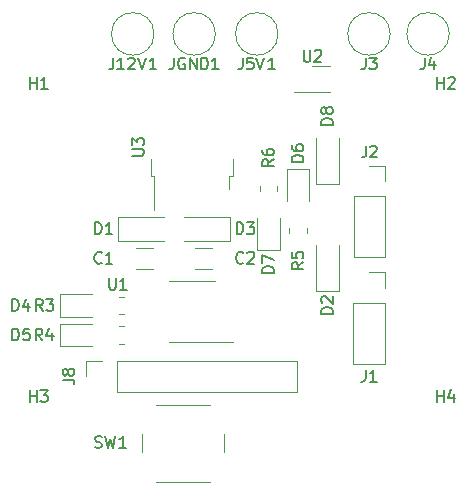
<source format=gbr>
%TF.GenerationSoftware,KiCad,Pcbnew,(6.99.0-228-g2fdbc41b8f)*%
%TF.CreationDate,2022-01-21T20:17:30+01:00*%
%TF.ProjectId,mob,6d6f622e-6b69-4636-9164-5f7063625858,rev?*%
%TF.SameCoordinates,Original*%
%TF.FileFunction,Legend,Top*%
%TF.FilePolarity,Positive*%
%FSLAX46Y46*%
G04 Gerber Fmt 4.6, Leading zero omitted, Abs format (unit mm)*
G04 Created by KiCad (PCBNEW (6.99.0-228-g2fdbc41b8f)) date 2022-01-21 20:17:30*
%MOMM*%
%LPD*%
G01*
G04 APERTURE LIST*
%ADD10C,0.150000*%
%ADD11C,0.120000*%
G04 APERTURE END LIST*
D10*
%TO.C,SW1*%
X158803572Y-78004761D02*
X158946429Y-78052380D01*
X159184524Y-78052380D01*
X159279762Y-78004761D01*
X159327381Y-77957142D01*
X159375000Y-77861904D01*
X159375000Y-77766666D01*
X159327381Y-77671428D01*
X159279762Y-77623809D01*
X159184524Y-77576190D01*
X158994048Y-77528571D01*
X158898810Y-77480952D01*
X158851191Y-77433333D01*
X158803572Y-77338095D01*
X158803572Y-77242857D01*
X158851191Y-77147619D01*
X158898810Y-77100000D01*
X158994048Y-77052380D01*
X159232143Y-77052380D01*
X159375000Y-77100000D01*
X159667857Y-77052380D02*
X159905952Y-78052380D01*
X160096428Y-77338095D01*
X160286904Y-78052380D01*
X160525000Y-77052380D01*
X161436904Y-78052380D02*
X160865476Y-78052380D01*
X161151190Y-78052380D02*
X161151190Y-77052380D01*
X161055952Y-77195238D01*
X160960714Y-77290476D01*
X160865476Y-77338095D01*
%TO.C,J8*%
X156057380Y-72269046D02*
X156771666Y-72269046D01*
X156914523Y-72316665D01*
X157009761Y-72411903D01*
X157057380Y-72554760D01*
X157057380Y-72649998D01*
X156485952Y-71738094D02*
X156438333Y-71833332D01*
X156390714Y-71880951D01*
X156295476Y-71928570D01*
X156247857Y-71928570D01*
X156152619Y-71880951D01*
X156105000Y-71833332D01*
X156057380Y-71738094D01*
X156057380Y-71547618D01*
X156105000Y-71452380D01*
X156152619Y-71404761D01*
X156247857Y-71357142D01*
X156295476Y-71357142D01*
X156390714Y-71404761D01*
X156438333Y-71452380D01*
X156485952Y-71547618D01*
X156485952Y-71738094D01*
X156533571Y-71833332D01*
X156581190Y-71880951D01*
X156676428Y-71928570D01*
X156866904Y-71928570D01*
X156962142Y-71880951D01*
X157009761Y-71833332D01*
X157057380Y-71738094D01*
X157057380Y-71547618D01*
X157009761Y-71452380D01*
X156962142Y-71404761D01*
X156866904Y-71357142D01*
X156676428Y-71357142D01*
X156581190Y-71404761D01*
X156533571Y-71452380D01*
X156485952Y-71547618D01*
%TO.C,H4*%
X187778572Y-74152380D02*
X187778572Y-73152380D01*
X187778572Y-73628571D02*
X188350000Y-73628571D01*
X188350000Y-74152380D02*
X188350000Y-73152380D01*
X189166666Y-73485714D02*
X189166666Y-74152380D01*
X188928571Y-73104761D02*
X188690476Y-73819047D01*
X189309523Y-73819047D01*
%TO.C,H3*%
X153302382Y-74152380D02*
X153302382Y-73152380D01*
X153302382Y-73628571D02*
X153873810Y-73628571D01*
X153873810Y-74152380D02*
X153873810Y-73152380D01*
X154166667Y-73152380D02*
X154785714Y-73152380D01*
X154452381Y-73533333D01*
X154595238Y-73533333D01*
X154690476Y-73580952D01*
X154738095Y-73628571D01*
X154785714Y-73723809D01*
X154785714Y-73961904D01*
X154738095Y-74057142D01*
X154690476Y-74104761D01*
X154595238Y-74152380D01*
X154309524Y-74152380D01*
X154214286Y-74104761D01*
X154166667Y-74057142D01*
%TO.C,H2*%
X187802382Y-47652380D02*
X187802382Y-46652380D01*
X187802382Y-47128571D02*
X188373810Y-47128571D01*
X188373810Y-47652380D02*
X188373810Y-46652380D01*
X188714286Y-46747619D02*
X188761905Y-46700000D01*
X188857143Y-46652380D01*
X189095238Y-46652380D01*
X189190476Y-46700000D01*
X189238095Y-46747619D01*
X189285714Y-46842857D01*
X189285714Y-46938095D01*
X189238095Y-47080952D01*
X188666667Y-47652380D01*
X189285714Y-47652380D01*
%TO.C,H1*%
X153302382Y-47652380D02*
X153302382Y-46652380D01*
X153302382Y-47128571D02*
X153873810Y-47128571D01*
X153873810Y-47652380D02*
X153873810Y-46652380D01*
X154785714Y-47652380D02*
X154214286Y-47652380D01*
X154500000Y-47652380D02*
X154500000Y-46652380D01*
X154404762Y-46795238D01*
X154309524Y-46890476D01*
X154214286Y-46938095D01*
%TO.C,JGND1*%
X165491668Y-45002380D02*
X165491668Y-45716666D01*
X165444049Y-45859523D01*
X165348811Y-45954761D01*
X165205954Y-46002380D01*
X165110716Y-46002380D01*
X166403572Y-45050000D02*
X166308334Y-45002380D01*
X166165477Y-45002380D01*
X166022620Y-45050000D01*
X165927382Y-45145238D01*
X165879763Y-45240476D01*
X165832144Y-45430952D01*
X165832144Y-45573809D01*
X165879763Y-45764285D01*
X165927382Y-45859523D01*
X166022620Y-45954761D01*
X166165477Y-46002380D01*
X166260715Y-46002380D01*
X166403572Y-45954761D01*
X166451191Y-45907142D01*
X166451191Y-45573809D01*
X166260715Y-45573809D01*
X166839286Y-46002380D02*
X166839286Y-45002380D01*
X167410714Y-46002380D01*
X167410714Y-45002380D01*
X167798809Y-46002380D02*
X167798809Y-45002380D01*
X168036904Y-45002380D01*
X168179761Y-45050000D01*
X168274999Y-45145238D01*
X168322618Y-45240476D01*
X168370237Y-45430952D01*
X168370237Y-45573809D01*
X168322618Y-45764285D01*
X168274999Y-45859523D01*
X168179761Y-45954761D01*
X168036904Y-46002380D01*
X167798809Y-46002380D01*
X169282141Y-46002380D02*
X168710713Y-46002380D01*
X168996427Y-46002380D02*
X168996427Y-45002380D01*
X168901189Y-45145238D01*
X168805951Y-45240476D01*
X168710713Y-45288095D01*
%TO.C,J12V1*%
X160363097Y-45002380D02*
X160363097Y-45716666D01*
X160315478Y-45859523D01*
X160220240Y-45954761D01*
X160077383Y-46002380D01*
X159982145Y-46002380D01*
X161275001Y-46002380D02*
X160703573Y-46002380D01*
X160989287Y-46002380D02*
X160989287Y-45002380D01*
X160894049Y-45145238D01*
X160798811Y-45240476D01*
X160703573Y-45288095D01*
X161615477Y-45097619D02*
X161663096Y-45050000D01*
X161758334Y-45002380D01*
X161996429Y-45002380D01*
X162091667Y-45050000D01*
X162139286Y-45097619D01*
X162186905Y-45192857D01*
X162186905Y-45288095D01*
X162139286Y-45430952D01*
X161567858Y-46002380D01*
X162186905Y-46002380D01*
X162432143Y-45002380D02*
X162765476Y-46002380D01*
X163098809Y-45002380D01*
X164010713Y-46002380D02*
X163439285Y-46002380D01*
X163724999Y-46002380D02*
X163724999Y-45002380D01*
X163629761Y-45145238D01*
X163534523Y-45240476D01*
X163439285Y-45288095D01*
%TO.C,J5V1*%
X171319049Y-45002380D02*
X171319049Y-45716666D01*
X171271430Y-45859523D01*
X171176192Y-45954761D01*
X171033335Y-46002380D01*
X170938097Y-46002380D01*
X172183334Y-45002380D02*
X171707144Y-45002380D01*
X171659525Y-45478571D01*
X171707144Y-45430952D01*
X171802382Y-45383333D01*
X172040477Y-45383333D01*
X172135715Y-45430952D01*
X172183334Y-45478571D01*
X172230953Y-45573809D01*
X172230953Y-45811904D01*
X172183334Y-45907142D01*
X172135715Y-45954761D01*
X172040477Y-46002380D01*
X171802382Y-46002380D01*
X171707144Y-45954761D01*
X171659525Y-45907142D01*
X172476191Y-45002380D02*
X172809524Y-46002380D01*
X173142857Y-45002380D01*
X174054761Y-46002380D02*
X173483333Y-46002380D01*
X173769047Y-46002380D02*
X173769047Y-45002380D01*
X173673809Y-45145238D01*
X173578571Y-45240476D01*
X173483333Y-45288095D01*
%TO.C,U3*%
X161952380Y-53297617D02*
X162761904Y-53297617D01*
X162857142Y-53249998D01*
X162904761Y-53202379D01*
X162952380Y-53107141D01*
X162952380Y-52916665D01*
X162904761Y-52821427D01*
X162857142Y-52773808D01*
X162761904Y-52726189D01*
X161952380Y-52726189D01*
X161952380Y-52433332D02*
X161952380Y-51814285D01*
X162333333Y-52147618D01*
X162333333Y-52004761D01*
X162380952Y-51909523D01*
X162428571Y-51861904D01*
X162523809Y-51814285D01*
X162761904Y-51814285D01*
X162857142Y-51861904D01*
X162904761Y-51909523D01*
X162952380Y-52004761D01*
X162952380Y-52290475D01*
X162904761Y-52385713D01*
X162857142Y-52433332D01*
%TO.C,D8*%
X178952380Y-50697617D02*
X177952380Y-50697617D01*
X177952380Y-50459522D01*
X178000000Y-50316665D01*
X178095238Y-50221427D01*
X178190476Y-50173808D01*
X178380952Y-50126189D01*
X178523809Y-50126189D01*
X178714285Y-50173808D01*
X178809523Y-50221427D01*
X178904761Y-50316665D01*
X178952380Y-50459522D01*
X178952380Y-50697617D01*
X178380952Y-49595237D02*
X178333333Y-49690475D01*
X178285714Y-49738094D01*
X178190476Y-49785713D01*
X178142857Y-49785713D01*
X178047619Y-49738094D01*
X178000000Y-49690475D01*
X177952380Y-49595237D01*
X177952380Y-49404761D01*
X178000000Y-49309523D01*
X178047619Y-49261904D01*
X178142857Y-49214285D01*
X178190476Y-49214285D01*
X178285714Y-49261904D01*
X178333333Y-49309523D01*
X178380952Y-49404761D01*
X178380952Y-49595237D01*
X178428571Y-49690475D01*
X178476190Y-49738094D01*
X178571428Y-49785713D01*
X178761904Y-49785713D01*
X178857142Y-49738094D01*
X178904761Y-49690475D01*
X178952380Y-49595237D01*
X178952380Y-49404761D01*
X178904761Y-49309523D01*
X178857142Y-49261904D01*
X178761904Y-49214285D01*
X178571428Y-49214285D01*
X178476190Y-49261904D01*
X178428571Y-49309523D01*
X178380952Y-49404761D01*
%TO.C,D7*%
X173952380Y-63221427D02*
X172952380Y-63221427D01*
X172952380Y-62983332D01*
X173000000Y-62840475D01*
X173095238Y-62745237D01*
X173190476Y-62697618D01*
X173380952Y-62649999D01*
X173523809Y-62649999D01*
X173714285Y-62697618D01*
X173809523Y-62745237D01*
X173904761Y-62840475D01*
X173952380Y-62983332D01*
X173952380Y-63221427D01*
X172952380Y-62357142D02*
X172952380Y-61690476D01*
X173952380Y-62119047D01*
%TO.C,D6*%
X176452380Y-53837617D02*
X175452380Y-53837617D01*
X175452380Y-53599522D01*
X175500000Y-53456665D01*
X175595238Y-53361427D01*
X175690476Y-53313808D01*
X175880952Y-53266189D01*
X176023809Y-53266189D01*
X176214285Y-53313808D01*
X176309523Y-53361427D01*
X176404761Y-53456665D01*
X176452380Y-53599522D01*
X176452380Y-53837617D01*
X175452380Y-52449523D02*
X175452380Y-52639999D01*
X175500000Y-52735237D01*
X175547619Y-52782856D01*
X175690476Y-52878094D01*
X175880952Y-52925713D01*
X176261904Y-52925713D01*
X176357142Y-52878094D01*
X176404761Y-52830475D01*
X176452380Y-52735237D01*
X176452380Y-52544761D01*
X176404761Y-52449523D01*
X176357142Y-52401904D01*
X176261904Y-52354285D01*
X176023809Y-52354285D01*
X175928571Y-52401904D01*
X175880952Y-52449523D01*
X175833333Y-52544761D01*
X175833333Y-52735237D01*
X175880952Y-52830475D01*
X175928571Y-52878094D01*
X176023809Y-52925713D01*
%TO.C,D5*%
X151802382Y-68952380D02*
X151802382Y-67952380D01*
X152040477Y-67952380D01*
X152183334Y-68000000D01*
X152278572Y-68095238D01*
X152326191Y-68190476D01*
X152373810Y-68380952D01*
X152373810Y-68523809D01*
X152326191Y-68714285D01*
X152278572Y-68809523D01*
X152183334Y-68904761D01*
X152040477Y-68952380D01*
X151802382Y-68952380D01*
X153238095Y-67952380D02*
X152761905Y-67952380D01*
X152714286Y-68428571D01*
X152761905Y-68380952D01*
X152857143Y-68333333D01*
X153095238Y-68333333D01*
X153190476Y-68380952D01*
X153238095Y-68428571D01*
X153285714Y-68523809D01*
X153285714Y-68761904D01*
X153238095Y-68857142D01*
X153190476Y-68904761D01*
X153095238Y-68952380D01*
X152857143Y-68952380D01*
X152761905Y-68904761D01*
X152714286Y-68857142D01*
%TO.C,D4*%
X151778572Y-66452380D02*
X151778572Y-65452380D01*
X152016667Y-65452380D01*
X152159524Y-65500000D01*
X152254762Y-65595238D01*
X152302381Y-65690476D01*
X152350000Y-65880952D01*
X152350000Y-66023809D01*
X152302381Y-66214285D01*
X152254762Y-66309523D01*
X152159524Y-66404761D01*
X152016667Y-66452380D01*
X151778572Y-66452380D01*
X153166666Y-65785714D02*
X153166666Y-66452380D01*
X152928571Y-65404761D02*
X152690476Y-66119047D01*
X153309523Y-66119047D01*
%TO.C,D2*%
X178952380Y-66697617D02*
X177952380Y-66697617D01*
X177952380Y-66459522D01*
X178000000Y-66316665D01*
X178095238Y-66221427D01*
X178190476Y-66173808D01*
X178380952Y-66126189D01*
X178523809Y-66126189D01*
X178714285Y-66173808D01*
X178809523Y-66221427D01*
X178904761Y-66316665D01*
X178952380Y-66459522D01*
X178952380Y-66697617D01*
X178047619Y-65785713D02*
X178000000Y-65738094D01*
X177952380Y-65642856D01*
X177952380Y-65404761D01*
X178000000Y-65309523D01*
X178047619Y-65261904D01*
X178142857Y-65214285D01*
X178238095Y-65214285D01*
X178380952Y-65261904D01*
X178952380Y-65833332D01*
X178952380Y-65214285D01*
%TO.C,D3*%
X170802382Y-59952380D02*
X170802382Y-58952380D01*
X171040477Y-58952380D01*
X171183334Y-59000000D01*
X171278572Y-59095238D01*
X171326191Y-59190476D01*
X171373810Y-59380952D01*
X171373810Y-59523809D01*
X171326191Y-59714285D01*
X171278572Y-59809523D01*
X171183334Y-59904761D01*
X171040477Y-59952380D01*
X170802382Y-59952380D01*
X171666667Y-58952380D02*
X172285714Y-58952380D01*
X171952381Y-59333333D01*
X172095238Y-59333333D01*
X172190476Y-59380952D01*
X172238095Y-59428571D01*
X172285714Y-59523809D01*
X172285714Y-59761904D01*
X172238095Y-59857142D01*
X172190476Y-59904761D01*
X172095238Y-59952380D01*
X171809524Y-59952380D01*
X171714286Y-59904761D01*
X171666667Y-59857142D01*
%TO.C,D1*%
X158802382Y-59952380D02*
X158802382Y-58952380D01*
X159040477Y-58952380D01*
X159183334Y-59000000D01*
X159278572Y-59095238D01*
X159326191Y-59190476D01*
X159373810Y-59380952D01*
X159373810Y-59523809D01*
X159326191Y-59714285D01*
X159278572Y-59809523D01*
X159183334Y-59904761D01*
X159040477Y-59952380D01*
X158802382Y-59952380D01*
X160285714Y-59952380D02*
X159714286Y-59952380D01*
X160000000Y-59952380D02*
X160000000Y-58952380D01*
X159904762Y-59095238D01*
X159809524Y-59190476D01*
X159714286Y-59238095D01*
%TO.C,C2*%
X171373810Y-62357142D02*
X171326191Y-62404761D01*
X171183334Y-62452380D01*
X171088096Y-62452380D01*
X170945239Y-62404761D01*
X170850001Y-62309523D01*
X170802382Y-62214285D01*
X170754763Y-62023809D01*
X170754763Y-61880952D01*
X170802382Y-61690476D01*
X170850001Y-61595238D01*
X170945239Y-61500000D01*
X171088096Y-61452380D01*
X171183334Y-61452380D01*
X171326191Y-61500000D01*
X171373810Y-61547619D01*
X171714286Y-61547619D02*
X171761905Y-61500000D01*
X171857143Y-61452380D01*
X172095238Y-61452380D01*
X172190476Y-61500000D01*
X172238095Y-61547619D01*
X172285714Y-61642857D01*
X172285714Y-61738095D01*
X172238095Y-61880952D01*
X171666667Y-62452380D01*
X172285714Y-62452380D01*
%TO.C,J3*%
X181730953Y-45002380D02*
X181730953Y-45716666D01*
X181683334Y-45859523D01*
X181588096Y-45954761D01*
X181445239Y-46002380D01*
X181350001Y-46002380D01*
X182023810Y-45002380D02*
X182642857Y-45002380D01*
X182309524Y-45383333D01*
X182452381Y-45383333D01*
X182547619Y-45430952D01*
X182595238Y-45478571D01*
X182642857Y-45573809D01*
X182642857Y-45811904D01*
X182595238Y-45907142D01*
X182547619Y-45954761D01*
X182452381Y-46002380D01*
X182166667Y-46002380D01*
X182071429Y-45954761D01*
X182023810Y-45907142D01*
%TO.C,J2*%
X181755953Y-52452380D02*
X181755953Y-53166666D01*
X181708334Y-53309523D01*
X181613096Y-53404761D01*
X181470239Y-53452380D01*
X181375001Y-53452380D01*
X182096429Y-52547619D02*
X182144048Y-52500000D01*
X182239286Y-52452380D01*
X182477381Y-52452380D01*
X182572619Y-52500000D01*
X182620238Y-52547619D01*
X182667857Y-52642857D01*
X182667857Y-52738095D01*
X182620238Y-52880952D01*
X182048810Y-53452380D01*
X182667857Y-53452380D01*
%TO.C,R3*%
X154373810Y-66452380D02*
X154040477Y-65976190D01*
X153802382Y-66452380D02*
X153802382Y-65452380D01*
X154183334Y-65452380D01*
X154278572Y-65500000D01*
X154326191Y-65547619D01*
X154373810Y-65642857D01*
X154373810Y-65785714D01*
X154326191Y-65880952D01*
X154278572Y-65928571D01*
X154183334Y-65976190D01*
X153802382Y-65976190D01*
X154666667Y-65452380D02*
X155285714Y-65452380D01*
X154952381Y-65833333D01*
X155095238Y-65833333D01*
X155190476Y-65880952D01*
X155238095Y-65928571D01*
X155285714Y-66023809D01*
X155285714Y-66261904D01*
X155238095Y-66357142D01*
X155190476Y-66404761D01*
X155095238Y-66452380D01*
X154809524Y-66452380D01*
X154714286Y-66404761D01*
X154666667Y-66357142D01*
%TO.C,U2*%
X176477382Y-44352380D02*
X176477382Y-45161904D01*
X176525001Y-45257142D01*
X176572620Y-45304761D01*
X176667858Y-45352380D01*
X176858334Y-45352380D01*
X176953572Y-45304761D01*
X177001191Y-45257142D01*
X177048810Y-45161904D01*
X177048810Y-44352380D01*
X177389286Y-44447619D02*
X177436905Y-44400000D01*
X177532143Y-44352380D01*
X177770238Y-44352380D01*
X177865476Y-44400000D01*
X177913095Y-44447619D01*
X177960714Y-44542857D01*
X177960714Y-44638095D01*
X177913095Y-44780952D01*
X177341667Y-45352380D01*
X177960714Y-45352380D01*
%TO.C,R6*%
X173952380Y-53626189D02*
X173476190Y-53959522D01*
X173952380Y-54197617D02*
X172952380Y-54197617D01*
X172952380Y-53816665D01*
X173000000Y-53721427D01*
X173047619Y-53673808D01*
X173142857Y-53626189D01*
X173285714Y-53626189D01*
X173380952Y-53673808D01*
X173428571Y-53721427D01*
X173476190Y-53816665D01*
X173476190Y-54197617D01*
X172952380Y-52809523D02*
X172952380Y-52999999D01*
X173000000Y-53095237D01*
X173047619Y-53142856D01*
X173190476Y-53238094D01*
X173380952Y-53285713D01*
X173761904Y-53285713D01*
X173857142Y-53238094D01*
X173904761Y-53190475D01*
X173952380Y-53095237D01*
X173952380Y-52904761D01*
X173904761Y-52809523D01*
X173857142Y-52761904D01*
X173761904Y-52714285D01*
X173523809Y-52714285D01*
X173428571Y-52761904D01*
X173380952Y-52809523D01*
X173333333Y-52904761D01*
X173333333Y-53095237D01*
X173380952Y-53190475D01*
X173428571Y-53238094D01*
X173523809Y-53285713D01*
%TO.C,R5*%
X176452380Y-62353689D02*
X175976190Y-62687022D01*
X176452380Y-62925117D02*
X175452380Y-62925117D01*
X175452380Y-62544165D01*
X175500000Y-62448927D01*
X175547619Y-62401308D01*
X175642857Y-62353689D01*
X175785714Y-62353689D01*
X175880952Y-62401308D01*
X175928571Y-62448927D01*
X175976190Y-62544165D01*
X175976190Y-62925117D01*
X175452380Y-61489404D02*
X175452380Y-61965594D01*
X175928571Y-62013213D01*
X175880952Y-61965594D01*
X175833333Y-61870356D01*
X175833333Y-61632261D01*
X175880952Y-61537023D01*
X175928571Y-61489404D01*
X176023809Y-61441785D01*
X176261904Y-61441785D01*
X176357142Y-61489404D01*
X176404761Y-61537023D01*
X176452380Y-61632261D01*
X176452380Y-61870356D01*
X176404761Y-61965594D01*
X176357142Y-62013213D01*
%TO.C,J1*%
X181730953Y-71452380D02*
X181730953Y-72166666D01*
X181683334Y-72309523D01*
X181588096Y-72404761D01*
X181445239Y-72452380D01*
X181350001Y-72452380D01*
X182642857Y-72452380D02*
X182071429Y-72452380D01*
X182357143Y-72452380D02*
X182357143Y-71452380D01*
X182261905Y-71595238D01*
X182166667Y-71690476D01*
X182071429Y-71738095D01*
%TO.C,J4*%
X186707143Y-45002380D02*
X186707143Y-45716666D01*
X186659524Y-45859523D01*
X186564286Y-45954761D01*
X186421429Y-46002380D01*
X186326191Y-46002380D01*
X187523809Y-45335714D02*
X187523809Y-46002380D01*
X187285714Y-44954761D02*
X187047619Y-45669047D01*
X187666666Y-45669047D01*
%TO.C,R4*%
X154350000Y-68952380D02*
X154016667Y-68476190D01*
X153778572Y-68952380D02*
X153778572Y-67952380D01*
X154159524Y-67952380D01*
X154254762Y-68000000D01*
X154302381Y-68047619D01*
X154350000Y-68142857D01*
X154350000Y-68285714D01*
X154302381Y-68380952D01*
X154254762Y-68428571D01*
X154159524Y-68476190D01*
X153778572Y-68476190D01*
X155166666Y-68285714D02*
X155166666Y-68952380D01*
X154928571Y-67904761D02*
X154690476Y-68619047D01*
X155309523Y-68619047D01*
%TO.C,U1*%
X160002382Y-63652380D02*
X160002382Y-64461904D01*
X160050001Y-64557142D01*
X160097620Y-64604761D01*
X160192858Y-64652380D01*
X160383334Y-64652380D01*
X160478572Y-64604761D01*
X160526191Y-64557142D01*
X160573810Y-64461904D01*
X160573810Y-63652380D01*
X161485714Y-64652380D02*
X160914286Y-64652380D01*
X161200000Y-64652380D02*
X161200000Y-63652380D01*
X161104762Y-63795238D01*
X161009524Y-63890476D01*
X160914286Y-63938095D01*
%TO.C,C1*%
X159373810Y-62357142D02*
X159326191Y-62404761D01*
X159183334Y-62452380D01*
X159088096Y-62452380D01*
X158945239Y-62404761D01*
X158850001Y-62309523D01*
X158802382Y-62214285D01*
X158754763Y-62023809D01*
X158754763Y-61880952D01*
X158802382Y-61690476D01*
X158850001Y-61595238D01*
X158945239Y-61500000D01*
X159088096Y-61452380D01*
X159183334Y-61452380D01*
X159326191Y-61500000D01*
X159373810Y-61547619D01*
X160285714Y-62452380D02*
X159714286Y-62452380D01*
X160000000Y-62452380D02*
X160000000Y-61452380D01*
X159904762Y-61595238D01*
X159809524Y-61690476D01*
X159714286Y-61738095D01*
D11*
%TO.C,SW1*%
X164000000Y-80900000D02*
X168500000Y-80900000D01*
X162750000Y-76900000D02*
X162750000Y-78400000D01*
X168500000Y-74400000D02*
X164000000Y-74400000D01*
X169750000Y-78400000D02*
X169750000Y-76900000D01*
%TO.C,J8*%
X160645000Y-73330000D02*
X160645000Y-70670000D01*
X160645000Y-73330000D02*
X175945000Y-73330000D01*
X175945000Y-73330000D02*
X175945000Y-70670000D01*
X160645000Y-70670000D02*
X175945000Y-70670000D01*
X158045000Y-70670000D02*
X159375000Y-70670000D01*
X158045000Y-72000000D02*
X158045000Y-70670000D01*
%TO.C,JGND1*%
X169000694Y-43000000D02*
G75*
G03*
X169000694Y-43000000I-1800694J0D01*
G01*
%TO.C,J12V1*%
X163800694Y-43000000D02*
G75*
G03*
X163800694Y-43000000I-1800694J0D01*
G01*
%TO.C,J5V1*%
X174300694Y-43000000D02*
G75*
G03*
X174300694Y-43000000I-1800694J0D01*
G01*
%TO.C,U3*%
X163550000Y-53570000D02*
X163550000Y-55070000D01*
X163550000Y-55070000D02*
X163820000Y-55070000D01*
X163820000Y-55070000D02*
X163820000Y-57900000D01*
X170450000Y-53570000D02*
X170450000Y-55070000D01*
X170450000Y-55070000D02*
X170180000Y-55070000D01*
X170180000Y-55070000D02*
X170180000Y-56170000D01*
%TO.C,D8*%
X177500000Y-55750000D02*
X179500000Y-55750000D01*
X179500000Y-55750000D02*
X179500000Y-51850000D01*
X177500000Y-55750000D02*
X177500000Y-51850000D01*
%TO.C,D7*%
X172540000Y-58612500D02*
X172540000Y-61297500D01*
X172540000Y-61297500D02*
X174460000Y-61297500D01*
X174460000Y-61297500D02*
X174460000Y-58612500D01*
%TO.C,D6*%
X176960000Y-57140000D02*
X176960000Y-54455000D01*
X176960000Y-54455000D02*
X175040000Y-54455000D01*
X175040000Y-54455000D02*
X175040000Y-57140000D01*
%TO.C,D5*%
X158562500Y-67540000D02*
X155877500Y-67540000D01*
X155877500Y-67540000D02*
X155877500Y-69460000D01*
X155877500Y-69460000D02*
X158562500Y-69460000D01*
%TO.C,D4*%
X158562500Y-65040000D02*
X155877500Y-65040000D01*
X155877500Y-65040000D02*
X155877500Y-66960000D01*
X155877500Y-66960000D02*
X158562500Y-66960000D01*
%TO.C,D2*%
X177500000Y-64750000D02*
X179500000Y-64750000D01*
X179500000Y-64750000D02*
X179500000Y-60850000D01*
X177500000Y-64750000D02*
X177500000Y-60850000D01*
%TO.C,D3*%
X170250000Y-60500000D02*
X170250000Y-58500000D01*
X170250000Y-58500000D02*
X166350000Y-58500000D01*
X170250000Y-60500000D02*
X166350000Y-60500000D01*
%TO.C,D1*%
X160750000Y-58500000D02*
X160750000Y-60500000D01*
X160750000Y-60500000D02*
X164650000Y-60500000D01*
X160750000Y-58500000D02*
X164650000Y-58500000D01*
%TO.C,C2*%
X167288748Y-61090000D02*
X168711252Y-61090000D01*
X167288748Y-62910000D02*
X168711252Y-62910000D01*
%TO.C,J3*%
X183800694Y-43000000D02*
G75*
G03*
X183800694Y-43000000I-1800694J0D01*
G01*
%TO.C,J2*%
X180695000Y-56745000D02*
X180695000Y-61885000D01*
X180695000Y-56745000D02*
X183355000Y-56745000D01*
X180695000Y-61885000D02*
X183355000Y-61885000D01*
X182025000Y-54145000D02*
X183355000Y-54145000D01*
X183355000Y-54145000D02*
X183355000Y-55475000D01*
X183355000Y-56745000D02*
X183355000Y-61885000D01*
%TO.C,R3*%
X160835436Y-65265000D02*
X161289564Y-65265000D01*
X160835436Y-66735000D02*
X161289564Y-66735000D01*
%TO.C,U2*%
X175675000Y-47960000D02*
X178675000Y-47960000D01*
X177175000Y-45740000D02*
X178675000Y-45740000D01*
%TO.C,R6*%
X172765000Y-56314564D02*
X172765000Y-55860436D01*
X174235000Y-56314564D02*
X174235000Y-55860436D01*
%TO.C,R5*%
X176735000Y-59412936D02*
X176735000Y-59867064D01*
X175265000Y-59412936D02*
X175265000Y-59867064D01*
%TO.C,J1*%
X180670000Y-65770000D02*
X180670000Y-70910000D01*
X180670000Y-65770000D02*
X183330000Y-65770000D01*
X180670000Y-70910000D02*
X183330000Y-70910000D01*
X182000000Y-63170000D02*
X183330000Y-63170000D01*
X183330000Y-63170000D02*
X183330000Y-64500000D01*
X183330000Y-65770000D02*
X183330000Y-70910000D01*
%TO.C,J4*%
X188800694Y-43000000D02*
G75*
G03*
X188800694Y-43000000I-1800694J0D01*
G01*
%TO.C,R4*%
X160835436Y-67765000D02*
X161289564Y-67765000D01*
X160835436Y-69235000D02*
X161289564Y-69235000D01*
%TO.C,U1*%
X167000000Y-69060000D02*
X170450000Y-69060000D01*
X167000000Y-69060000D02*
X165050000Y-69060000D01*
X167000000Y-63940000D02*
X168950000Y-63940000D01*
X167000000Y-63940000D02*
X165050000Y-63940000D01*
%TO.C,C1*%
X163711252Y-62910000D02*
X162288748Y-62910000D01*
X163711252Y-61090000D02*
X162288748Y-61090000D01*
%TD*%
M02*

</source>
